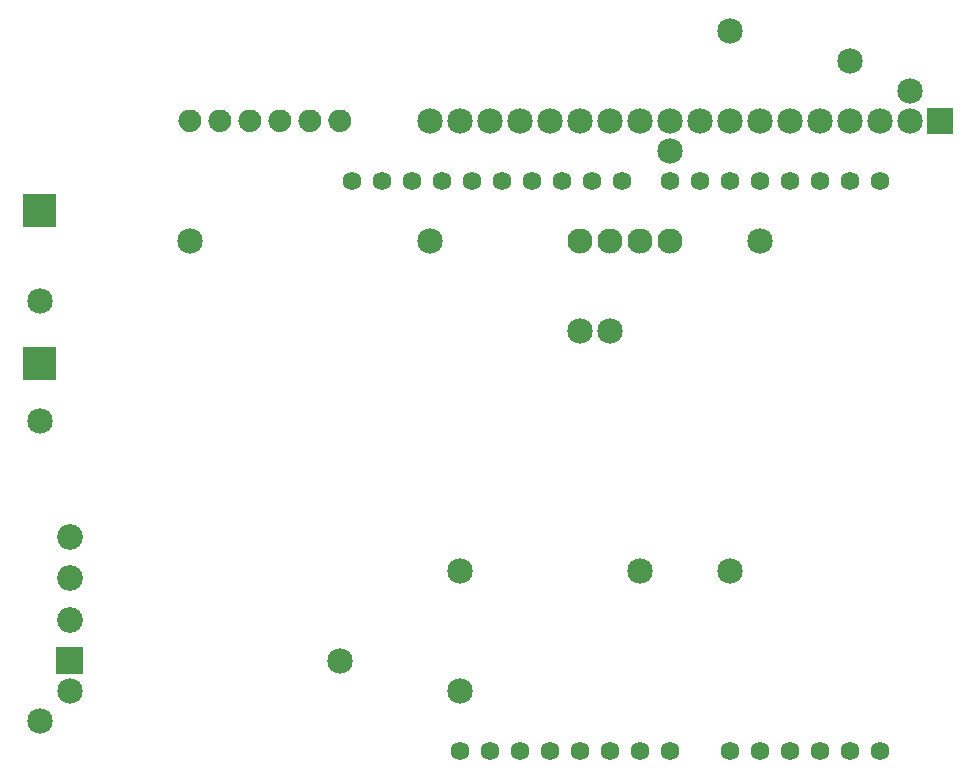
<source format=gts>
G04 MADE WITH FRITZING*
G04 WWW.FRITZING.ORG*
G04 DOUBLE SIDED*
G04 HOLES PLATED*
G04 CONTOUR ON CENTER OF CONTOUR VECTOR*
%ASAXBY*%
%FSLAX23Y23*%
%MOIN*%
%OFA0B0*%
%SFA1.0B1.0*%
%ADD10C,0.086139*%
%ADD11C,0.085000*%
%ADD12C,0.110000*%
%ADD13C,0.062306*%
%ADD14C,0.062333*%
%ADD15C,0.083889*%
%ADD16R,0.085000X0.085000*%
%ADD17R,0.001000X0.001000*%
%LNMASK1*%
G90*
G70*
G54D10*
X441Y750D03*
X441Y888D03*
X441Y1026D03*
X441Y1164D03*
X441Y750D03*
X441Y888D03*
X441Y1026D03*
X441Y1164D03*
G54D11*
X1741Y650D03*
X1741Y1050D03*
X2341Y1050D03*
X2641Y1050D03*
X341Y550D03*
X1341Y750D03*
X2741Y2150D03*
X3241Y2650D03*
X2441Y2450D03*
X3041Y2750D03*
X441Y650D03*
X341Y1550D03*
X1641Y2150D03*
X1741Y2550D03*
X2141Y1850D03*
X1641Y2550D03*
X2641Y2850D03*
X2241Y1850D03*
X341Y1950D03*
X841Y2150D03*
G54D12*
X341Y2250D03*
X341Y1740D03*
X341Y2250D03*
X341Y1740D03*
G54D13*
X2741Y450D03*
X2840Y450D03*
X2941Y450D03*
X3041Y450D03*
X3141Y450D03*
G54D14*
X2280Y2350D03*
X2181Y2350D03*
X2081Y2350D03*
X1981Y2350D03*
X1881Y2350D03*
X1781Y2350D03*
X1681Y2350D03*
X1580Y2350D03*
X1480Y2350D03*
X1380Y2350D03*
X3141Y2350D03*
X3041Y2350D03*
X2941Y2350D03*
X2840Y2350D03*
X2741Y2350D03*
X2641Y2350D03*
X2541Y2350D03*
X2441Y2350D03*
G54D13*
X1841Y450D03*
X1741Y450D03*
X1941Y450D03*
X2041Y450D03*
X2141Y450D03*
X2241Y450D03*
X2340Y450D03*
X2441Y450D03*
X2641Y450D03*
G54D11*
X3341Y2550D03*
X3241Y2550D03*
X3141Y2550D03*
X3041Y2550D03*
X2941Y2550D03*
X2841Y2550D03*
X2741Y2550D03*
X2641Y2550D03*
X2541Y2550D03*
X2441Y2550D03*
X2341Y2550D03*
X2241Y2550D03*
X2141Y2550D03*
X2041Y2550D03*
X1941Y2550D03*
X1841Y2550D03*
G54D15*
X2141Y2150D03*
X2241Y2150D03*
X2341Y2150D03*
X2441Y2150D03*
G54D16*
X3341Y2550D03*
G54D17*
X840Y2589D02*
X840Y2589D01*
X940Y2589D02*
X940Y2589D01*
X1040Y2589D02*
X1040Y2589D01*
X1140Y2589D02*
X1140Y2589D01*
X1240Y2589D02*
X1240Y2589D01*
X1340Y2589D02*
X1340Y2589D01*
X832Y2588D02*
X848Y2588D01*
X932Y2588D02*
X948Y2588D01*
X1032Y2588D02*
X1048Y2588D01*
X1132Y2588D02*
X1148Y2588D01*
X1232Y2588D02*
X1248Y2588D01*
X1332Y2588D02*
X1348Y2588D01*
X828Y2587D02*
X851Y2587D01*
X928Y2587D02*
X951Y2587D01*
X1028Y2587D02*
X1051Y2587D01*
X1128Y2587D02*
X1151Y2587D01*
X1228Y2587D02*
X1251Y2587D01*
X1328Y2587D02*
X1351Y2587D01*
X826Y2586D02*
X854Y2586D01*
X926Y2586D02*
X954Y2586D01*
X1025Y2586D02*
X1054Y2586D01*
X1125Y2586D02*
X1154Y2586D01*
X1225Y2586D02*
X1254Y2586D01*
X1325Y2586D02*
X1354Y2586D01*
X823Y2585D02*
X856Y2585D01*
X923Y2585D02*
X956Y2585D01*
X1023Y2585D02*
X1056Y2585D01*
X1123Y2585D02*
X1156Y2585D01*
X1223Y2585D02*
X1256Y2585D01*
X1323Y2585D02*
X1356Y2585D01*
X822Y2584D02*
X858Y2584D01*
X922Y2584D02*
X958Y2584D01*
X1022Y2584D02*
X1058Y2584D01*
X1122Y2584D02*
X1158Y2584D01*
X1221Y2584D02*
X1258Y2584D01*
X1321Y2584D02*
X1358Y2584D01*
X820Y2583D02*
X860Y2583D01*
X920Y2583D02*
X960Y2583D01*
X1020Y2583D02*
X1060Y2583D01*
X1120Y2583D02*
X1160Y2583D01*
X1220Y2583D02*
X1260Y2583D01*
X1320Y2583D02*
X1360Y2583D01*
X818Y2582D02*
X861Y2582D01*
X918Y2582D02*
X961Y2582D01*
X1018Y2582D02*
X1061Y2582D01*
X1118Y2582D02*
X1161Y2582D01*
X1218Y2582D02*
X1261Y2582D01*
X1318Y2582D02*
X1361Y2582D01*
X817Y2581D02*
X863Y2581D01*
X917Y2581D02*
X962Y2581D01*
X1017Y2581D02*
X1062Y2581D01*
X1117Y2581D02*
X1162Y2581D01*
X1217Y2581D02*
X1262Y2581D01*
X1317Y2581D02*
X1362Y2581D01*
X816Y2580D02*
X864Y2580D01*
X916Y2580D02*
X964Y2580D01*
X1016Y2580D02*
X1064Y2580D01*
X1116Y2580D02*
X1164Y2580D01*
X1216Y2580D02*
X1264Y2580D01*
X1316Y2580D02*
X1364Y2580D01*
X815Y2579D02*
X865Y2579D01*
X915Y2579D02*
X965Y2579D01*
X1015Y2579D02*
X1065Y2579D01*
X1115Y2579D02*
X1165Y2579D01*
X1215Y2579D02*
X1265Y2579D01*
X1315Y2579D02*
X1365Y2579D01*
X814Y2578D02*
X866Y2578D01*
X914Y2578D02*
X966Y2578D01*
X1014Y2578D02*
X1066Y2578D01*
X1114Y2578D02*
X1166Y2578D01*
X1214Y2578D02*
X1266Y2578D01*
X1313Y2578D02*
X1366Y2578D01*
X813Y2577D02*
X867Y2577D01*
X913Y2577D02*
X967Y2577D01*
X1013Y2577D02*
X1067Y2577D01*
X1113Y2577D02*
X1167Y2577D01*
X1213Y2577D02*
X1267Y2577D01*
X1313Y2577D02*
X1367Y2577D01*
X812Y2576D02*
X868Y2576D01*
X912Y2576D02*
X968Y2576D01*
X1012Y2576D02*
X1068Y2576D01*
X1112Y2576D02*
X1168Y2576D01*
X1212Y2576D02*
X1268Y2576D01*
X1312Y2576D02*
X1368Y2576D01*
X811Y2575D02*
X869Y2575D01*
X911Y2575D02*
X969Y2575D01*
X1011Y2575D02*
X1069Y2575D01*
X1111Y2575D02*
X1169Y2575D01*
X1211Y2575D02*
X1269Y2575D01*
X1311Y2575D02*
X1369Y2575D01*
X810Y2574D02*
X869Y2574D01*
X910Y2574D02*
X969Y2574D01*
X1010Y2574D02*
X1069Y2574D01*
X1110Y2574D02*
X1169Y2574D01*
X1210Y2574D02*
X1269Y2574D01*
X1310Y2574D02*
X1369Y2574D01*
X809Y2573D02*
X870Y2573D01*
X909Y2573D02*
X970Y2573D01*
X1009Y2573D02*
X1070Y2573D01*
X1109Y2573D02*
X1170Y2573D01*
X1209Y2573D02*
X1270Y2573D01*
X1309Y2573D02*
X1370Y2573D01*
X809Y2572D02*
X871Y2572D01*
X909Y2572D02*
X971Y2572D01*
X1009Y2572D02*
X1071Y2572D01*
X1109Y2572D02*
X1171Y2572D01*
X1209Y2572D02*
X1271Y2572D01*
X1309Y2572D02*
X1371Y2572D01*
X808Y2571D02*
X872Y2571D01*
X908Y2571D02*
X971Y2571D01*
X1008Y2571D02*
X1071Y2571D01*
X1108Y2571D02*
X1171Y2571D01*
X1208Y2571D02*
X1271Y2571D01*
X1308Y2571D02*
X1371Y2571D01*
X807Y2570D02*
X872Y2570D01*
X907Y2570D02*
X972Y2570D01*
X1007Y2570D02*
X1072Y2570D01*
X1107Y2570D02*
X1172Y2570D01*
X1207Y2570D02*
X1272Y2570D01*
X1307Y2570D02*
X1372Y2570D01*
X807Y2569D02*
X873Y2569D01*
X907Y2569D02*
X973Y2569D01*
X1007Y2569D02*
X1073Y2569D01*
X1107Y2569D02*
X1173Y2569D01*
X1207Y2569D02*
X1273Y2569D01*
X1307Y2569D02*
X1373Y2569D01*
X806Y2568D02*
X873Y2568D01*
X906Y2568D02*
X973Y2568D01*
X1006Y2568D02*
X1073Y2568D01*
X1106Y2568D02*
X1173Y2568D01*
X1206Y2568D02*
X1273Y2568D01*
X1306Y2568D02*
X1373Y2568D01*
X806Y2567D02*
X874Y2567D01*
X906Y2567D02*
X974Y2567D01*
X1006Y2567D02*
X1074Y2567D01*
X1106Y2567D02*
X1174Y2567D01*
X1206Y2567D02*
X1274Y2567D01*
X1306Y2567D02*
X1374Y2567D01*
X805Y2566D02*
X874Y2566D01*
X905Y2566D02*
X974Y2566D01*
X1005Y2566D02*
X1074Y2566D01*
X1105Y2566D02*
X1174Y2566D01*
X1205Y2566D02*
X1274Y2566D01*
X1305Y2566D02*
X1374Y2566D01*
X805Y2565D02*
X875Y2565D01*
X905Y2565D02*
X975Y2565D01*
X1005Y2565D02*
X1075Y2565D01*
X1105Y2565D02*
X1175Y2565D01*
X1205Y2565D02*
X1275Y2565D01*
X1305Y2565D02*
X1374Y2565D01*
X805Y2564D02*
X875Y2564D01*
X905Y2564D02*
X975Y2564D01*
X1005Y2564D02*
X1075Y2564D01*
X1105Y2564D02*
X1175Y2564D01*
X1205Y2564D02*
X1275Y2564D01*
X1305Y2564D02*
X1375Y2564D01*
X804Y2563D02*
X875Y2563D01*
X904Y2563D02*
X975Y2563D01*
X1004Y2563D02*
X1075Y2563D01*
X1104Y2563D02*
X1175Y2563D01*
X1204Y2563D02*
X1275Y2563D01*
X1304Y2563D02*
X1375Y2563D01*
X804Y2562D02*
X876Y2562D01*
X904Y2562D02*
X976Y2562D01*
X1004Y2562D02*
X1076Y2562D01*
X1104Y2562D02*
X1176Y2562D01*
X1204Y2562D02*
X1276Y2562D01*
X1304Y2562D02*
X1376Y2562D01*
X804Y2561D02*
X876Y2561D01*
X904Y2561D02*
X976Y2561D01*
X1004Y2561D02*
X1076Y2561D01*
X1104Y2561D02*
X1176Y2561D01*
X1204Y2561D02*
X1276Y2561D01*
X1304Y2561D02*
X1376Y2561D01*
X804Y2560D02*
X876Y2560D01*
X903Y2560D02*
X976Y2560D01*
X1003Y2560D02*
X1076Y2560D01*
X1103Y2560D02*
X1176Y2560D01*
X1203Y2560D02*
X1276Y2560D01*
X1303Y2560D02*
X1376Y2560D01*
X803Y2559D02*
X876Y2559D01*
X903Y2559D02*
X976Y2559D01*
X1003Y2559D02*
X1076Y2559D01*
X1103Y2559D02*
X1176Y2559D01*
X1203Y2559D02*
X1276Y2559D01*
X1303Y2559D02*
X1376Y2559D01*
X803Y2558D02*
X877Y2558D01*
X903Y2558D02*
X977Y2558D01*
X1003Y2558D02*
X1077Y2558D01*
X1103Y2558D02*
X1177Y2558D01*
X1203Y2558D02*
X1276Y2558D01*
X1303Y2558D02*
X1376Y2558D01*
X803Y2557D02*
X877Y2557D01*
X903Y2557D02*
X977Y2557D01*
X1003Y2557D02*
X1077Y2557D01*
X1103Y2557D02*
X1177Y2557D01*
X1203Y2557D02*
X1277Y2557D01*
X1303Y2557D02*
X1377Y2557D01*
X803Y2556D02*
X877Y2556D01*
X903Y2556D02*
X977Y2556D01*
X1003Y2556D02*
X1077Y2556D01*
X1103Y2556D02*
X1177Y2556D01*
X1203Y2556D02*
X1277Y2556D01*
X1303Y2556D02*
X1377Y2556D01*
X803Y2555D02*
X877Y2555D01*
X903Y2555D02*
X977Y2555D01*
X1003Y2555D02*
X1077Y2555D01*
X1103Y2555D02*
X1177Y2555D01*
X1203Y2555D02*
X1277Y2555D01*
X1302Y2555D02*
X1377Y2555D01*
X803Y2554D02*
X877Y2554D01*
X902Y2554D02*
X977Y2554D01*
X1002Y2554D02*
X1077Y2554D01*
X1102Y2554D02*
X1177Y2554D01*
X1202Y2554D02*
X1277Y2554D01*
X1302Y2554D02*
X1377Y2554D01*
X802Y2553D02*
X877Y2553D01*
X902Y2553D02*
X977Y2553D01*
X1002Y2553D02*
X1077Y2553D01*
X1102Y2553D02*
X1177Y2553D01*
X1202Y2553D02*
X1277Y2553D01*
X1302Y2553D02*
X1377Y2553D01*
X802Y2552D02*
X877Y2552D01*
X902Y2552D02*
X977Y2552D01*
X1002Y2552D02*
X1077Y2552D01*
X1102Y2552D02*
X1177Y2552D01*
X1202Y2552D02*
X1277Y2552D01*
X1302Y2552D02*
X1377Y2552D01*
X802Y2551D02*
X877Y2551D01*
X902Y2551D02*
X977Y2551D01*
X1002Y2551D02*
X1077Y2551D01*
X1102Y2551D02*
X1177Y2551D01*
X1202Y2551D02*
X1277Y2551D01*
X1302Y2551D02*
X1377Y2551D01*
X802Y2550D02*
X877Y2550D01*
X902Y2550D02*
X977Y2550D01*
X1002Y2550D02*
X1077Y2550D01*
X1102Y2550D02*
X1177Y2550D01*
X1202Y2550D02*
X1277Y2550D01*
X1302Y2550D02*
X1377Y2550D01*
X802Y2549D02*
X877Y2549D01*
X902Y2549D02*
X977Y2549D01*
X1002Y2549D02*
X1077Y2549D01*
X1102Y2549D02*
X1177Y2549D01*
X1202Y2549D02*
X1277Y2549D01*
X1302Y2549D02*
X1377Y2549D01*
X803Y2548D02*
X877Y2548D01*
X902Y2548D02*
X977Y2548D01*
X1002Y2548D02*
X1077Y2548D01*
X1102Y2548D02*
X1177Y2548D01*
X1202Y2548D02*
X1277Y2548D01*
X1302Y2548D02*
X1377Y2548D01*
X803Y2547D02*
X877Y2547D01*
X903Y2547D02*
X977Y2547D01*
X1003Y2547D02*
X1077Y2547D01*
X1103Y2547D02*
X1177Y2547D01*
X1203Y2547D02*
X1277Y2547D01*
X1302Y2547D02*
X1377Y2547D01*
X803Y2546D02*
X877Y2546D01*
X903Y2546D02*
X977Y2546D01*
X1003Y2546D02*
X1077Y2546D01*
X1103Y2546D02*
X1177Y2546D01*
X1203Y2546D02*
X1277Y2546D01*
X1303Y2546D02*
X1377Y2546D01*
X803Y2545D02*
X877Y2545D01*
X903Y2545D02*
X977Y2545D01*
X1003Y2545D02*
X1077Y2545D01*
X1103Y2545D02*
X1177Y2545D01*
X1203Y2545D02*
X1277Y2545D01*
X1303Y2545D02*
X1377Y2545D01*
X803Y2544D02*
X877Y2544D01*
X903Y2544D02*
X977Y2544D01*
X1003Y2544D02*
X1076Y2544D01*
X1103Y2544D02*
X1176Y2544D01*
X1203Y2544D02*
X1276Y2544D01*
X1303Y2544D02*
X1376Y2544D01*
X803Y2543D02*
X876Y2543D01*
X903Y2543D02*
X976Y2543D01*
X1003Y2543D02*
X1076Y2543D01*
X1103Y2543D02*
X1176Y2543D01*
X1203Y2543D02*
X1276Y2543D01*
X1303Y2543D02*
X1376Y2543D01*
X804Y2542D02*
X876Y2542D01*
X904Y2542D02*
X976Y2542D01*
X1003Y2542D02*
X1076Y2542D01*
X1103Y2542D02*
X1176Y2542D01*
X1203Y2542D02*
X1276Y2542D01*
X1303Y2542D02*
X1376Y2542D01*
X804Y2541D02*
X876Y2541D01*
X904Y2541D02*
X976Y2541D01*
X1004Y2541D02*
X1076Y2541D01*
X1104Y2541D02*
X1176Y2541D01*
X1204Y2541D02*
X1276Y2541D01*
X1304Y2541D02*
X1376Y2541D01*
X804Y2540D02*
X876Y2540D01*
X904Y2540D02*
X976Y2540D01*
X1004Y2540D02*
X1076Y2540D01*
X1104Y2540D02*
X1176Y2540D01*
X1204Y2540D02*
X1276Y2540D01*
X1304Y2540D02*
X1375Y2540D01*
X804Y2539D02*
X875Y2539D01*
X904Y2539D02*
X975Y2539D01*
X1004Y2539D02*
X1075Y2539D01*
X1104Y2539D02*
X1175Y2539D01*
X1204Y2539D02*
X1275Y2539D01*
X1304Y2539D02*
X1375Y2539D01*
X805Y2538D02*
X875Y2538D01*
X905Y2538D02*
X975Y2538D01*
X1005Y2538D02*
X1075Y2538D01*
X1105Y2538D02*
X1175Y2538D01*
X1205Y2538D02*
X1275Y2538D01*
X1305Y2538D02*
X1375Y2538D01*
X805Y2537D02*
X875Y2537D01*
X905Y2537D02*
X975Y2537D01*
X1005Y2537D02*
X1075Y2537D01*
X1105Y2537D02*
X1175Y2537D01*
X1205Y2537D02*
X1274Y2537D01*
X1305Y2537D02*
X1374Y2537D01*
X805Y2536D02*
X874Y2536D01*
X905Y2536D02*
X974Y2536D01*
X1005Y2536D02*
X1074Y2536D01*
X1105Y2536D02*
X1174Y2536D01*
X1205Y2536D02*
X1274Y2536D01*
X1305Y2536D02*
X1374Y2536D01*
X806Y2535D02*
X874Y2535D01*
X906Y2535D02*
X974Y2535D01*
X1006Y2535D02*
X1074Y2535D01*
X1106Y2535D02*
X1174Y2535D01*
X1206Y2535D02*
X1274Y2535D01*
X1306Y2535D02*
X1374Y2535D01*
X806Y2534D02*
X873Y2534D01*
X906Y2534D02*
X973Y2534D01*
X1006Y2534D02*
X1073Y2534D01*
X1106Y2534D02*
X1173Y2534D01*
X1206Y2534D02*
X1273Y2534D01*
X1306Y2534D02*
X1373Y2534D01*
X807Y2533D02*
X873Y2533D01*
X907Y2533D02*
X973Y2533D01*
X1007Y2533D02*
X1073Y2533D01*
X1107Y2533D02*
X1173Y2533D01*
X1207Y2533D02*
X1273Y2533D01*
X1307Y2533D02*
X1373Y2533D01*
X808Y2532D02*
X872Y2532D01*
X908Y2532D02*
X972Y2532D01*
X1008Y2532D02*
X1072Y2532D01*
X1107Y2532D02*
X1172Y2532D01*
X1207Y2532D02*
X1272Y2532D01*
X1307Y2532D02*
X1372Y2532D01*
X808Y2531D02*
X871Y2531D01*
X908Y2531D02*
X971Y2531D01*
X1008Y2531D02*
X1071Y2531D01*
X1108Y2531D02*
X1171Y2531D01*
X1208Y2531D02*
X1271Y2531D01*
X1308Y2531D02*
X1371Y2531D01*
X809Y2530D02*
X871Y2530D01*
X909Y2530D02*
X971Y2530D01*
X1009Y2530D02*
X1071Y2530D01*
X1109Y2530D02*
X1171Y2530D01*
X1209Y2530D02*
X1271Y2530D01*
X1309Y2530D02*
X1371Y2530D01*
X810Y2529D02*
X870Y2529D01*
X909Y2529D02*
X970Y2529D01*
X1009Y2529D02*
X1070Y2529D01*
X1109Y2529D02*
X1170Y2529D01*
X1209Y2529D02*
X1270Y2529D01*
X1309Y2529D02*
X1370Y2529D01*
X810Y2528D02*
X869Y2528D01*
X910Y2528D02*
X969Y2528D01*
X1010Y2528D02*
X1069Y2528D01*
X1110Y2528D02*
X1169Y2528D01*
X1210Y2528D02*
X1269Y2528D01*
X1310Y2528D02*
X1369Y2528D01*
X811Y2527D02*
X869Y2527D01*
X911Y2527D02*
X969Y2527D01*
X1011Y2527D02*
X1069Y2527D01*
X1111Y2527D02*
X1169Y2527D01*
X1211Y2527D02*
X1269Y2527D01*
X1311Y2527D02*
X1369Y2527D01*
X812Y2526D02*
X868Y2526D01*
X912Y2526D02*
X968Y2526D01*
X1012Y2526D02*
X1068Y2526D01*
X1112Y2526D02*
X1168Y2526D01*
X1212Y2526D02*
X1268Y2526D01*
X1312Y2526D02*
X1368Y2526D01*
X813Y2525D02*
X867Y2525D01*
X913Y2525D02*
X967Y2525D01*
X1013Y2525D02*
X1067Y2525D01*
X1113Y2525D02*
X1167Y2525D01*
X1213Y2525D02*
X1267Y2525D01*
X1313Y2525D02*
X1367Y2525D01*
X814Y2524D02*
X866Y2524D01*
X914Y2524D02*
X966Y2524D01*
X1014Y2524D02*
X1066Y2524D01*
X1114Y2524D02*
X1166Y2524D01*
X1214Y2524D02*
X1266Y2524D01*
X1314Y2524D02*
X1366Y2524D01*
X815Y2523D02*
X865Y2523D01*
X915Y2523D02*
X965Y2523D01*
X1015Y2523D02*
X1065Y2523D01*
X1115Y2523D02*
X1165Y2523D01*
X1215Y2523D02*
X1265Y2523D01*
X1315Y2523D02*
X1365Y2523D01*
X816Y2522D02*
X864Y2522D01*
X916Y2522D02*
X964Y2522D01*
X1016Y2522D02*
X1064Y2522D01*
X1116Y2522D02*
X1164Y2522D01*
X1216Y2522D02*
X1264Y2522D01*
X1316Y2522D02*
X1364Y2522D01*
X817Y2521D02*
X862Y2521D01*
X917Y2521D02*
X962Y2521D01*
X1017Y2521D02*
X1062Y2521D01*
X1117Y2521D02*
X1162Y2521D01*
X1217Y2521D02*
X1262Y2521D01*
X1317Y2521D02*
X1362Y2521D01*
X819Y2520D02*
X861Y2520D01*
X919Y2520D02*
X961Y2520D01*
X1019Y2520D02*
X1061Y2520D01*
X1119Y2520D02*
X1161Y2520D01*
X1219Y2520D02*
X1261Y2520D01*
X1318Y2520D02*
X1361Y2520D01*
X820Y2519D02*
X860Y2519D01*
X920Y2519D02*
X960Y2519D01*
X1020Y2519D02*
X1059Y2519D01*
X1120Y2519D02*
X1159Y2519D01*
X1220Y2519D02*
X1259Y2519D01*
X1320Y2519D02*
X1359Y2519D01*
X822Y2518D02*
X858Y2518D01*
X922Y2518D02*
X958Y2518D01*
X1022Y2518D02*
X1058Y2518D01*
X1122Y2518D02*
X1158Y2518D01*
X1222Y2518D02*
X1258Y2518D01*
X1322Y2518D02*
X1358Y2518D01*
X824Y2517D02*
X856Y2517D01*
X924Y2517D02*
X956Y2517D01*
X1024Y2517D02*
X1056Y2517D01*
X1124Y2517D02*
X1156Y2517D01*
X1224Y2517D02*
X1256Y2517D01*
X1324Y2517D02*
X1356Y2517D01*
X826Y2516D02*
X854Y2516D01*
X926Y2516D02*
X954Y2516D01*
X1026Y2516D02*
X1054Y2516D01*
X1126Y2516D02*
X1154Y2516D01*
X1226Y2516D02*
X1254Y2516D01*
X1326Y2516D02*
X1354Y2516D01*
X829Y2515D02*
X851Y2515D01*
X928Y2515D02*
X951Y2515D01*
X1028Y2515D02*
X1051Y2515D01*
X1128Y2515D02*
X1151Y2515D01*
X1228Y2515D02*
X1251Y2515D01*
X1328Y2515D02*
X1351Y2515D01*
X832Y2514D02*
X847Y2514D01*
X932Y2514D02*
X947Y2514D01*
X1032Y2514D02*
X1047Y2514D01*
X1132Y2514D02*
X1147Y2514D01*
X1232Y2514D02*
X1247Y2514D01*
X1332Y2514D02*
X1347Y2514D01*
X286Y2306D02*
X394Y2306D01*
X285Y2305D02*
X394Y2305D01*
X285Y2304D02*
X394Y2304D01*
X285Y2303D02*
X394Y2303D01*
X285Y2302D02*
X394Y2302D01*
X285Y2301D02*
X394Y2301D01*
X285Y2300D02*
X394Y2300D01*
X285Y2299D02*
X394Y2299D01*
X285Y2298D02*
X394Y2298D01*
X285Y2297D02*
X394Y2297D01*
X285Y2296D02*
X394Y2296D01*
X285Y2295D02*
X394Y2295D01*
X285Y2294D02*
X394Y2294D01*
X285Y2293D02*
X394Y2293D01*
X285Y2292D02*
X394Y2292D01*
X285Y2291D02*
X394Y2291D01*
X285Y2290D02*
X394Y2290D01*
X285Y2289D02*
X394Y2289D01*
X285Y2288D02*
X394Y2288D01*
X285Y2287D02*
X394Y2287D01*
X285Y2286D02*
X337Y2286D01*
X343Y2286D02*
X394Y2286D01*
X285Y2285D02*
X331Y2285D01*
X349Y2285D02*
X394Y2285D01*
X285Y2284D02*
X327Y2284D01*
X353Y2284D02*
X394Y2284D01*
X285Y2283D02*
X325Y2283D01*
X355Y2283D02*
X394Y2283D01*
X285Y2282D02*
X323Y2282D01*
X357Y2282D02*
X394Y2282D01*
X285Y2281D02*
X321Y2281D01*
X359Y2281D02*
X394Y2281D01*
X285Y2280D02*
X320Y2280D01*
X360Y2280D02*
X394Y2280D01*
X285Y2279D02*
X318Y2279D01*
X362Y2279D02*
X394Y2279D01*
X285Y2278D02*
X317Y2278D01*
X363Y2278D02*
X394Y2278D01*
X285Y2277D02*
X316Y2277D01*
X364Y2277D02*
X394Y2277D01*
X285Y2276D02*
X315Y2276D01*
X365Y2276D02*
X394Y2276D01*
X285Y2275D02*
X314Y2275D01*
X366Y2275D02*
X394Y2275D01*
X285Y2274D02*
X313Y2274D01*
X367Y2274D02*
X394Y2274D01*
X285Y2273D02*
X312Y2273D01*
X368Y2273D02*
X394Y2273D01*
X285Y2272D02*
X311Y2272D01*
X369Y2272D02*
X394Y2272D01*
X285Y2271D02*
X311Y2271D01*
X369Y2271D02*
X394Y2271D01*
X285Y2270D02*
X310Y2270D01*
X370Y2270D02*
X394Y2270D01*
X285Y2269D02*
X309Y2269D01*
X371Y2269D02*
X394Y2269D01*
X285Y2268D02*
X309Y2268D01*
X371Y2268D02*
X394Y2268D01*
X285Y2267D02*
X308Y2267D01*
X372Y2267D02*
X394Y2267D01*
X285Y2266D02*
X308Y2266D01*
X372Y2266D02*
X394Y2266D01*
X285Y2265D02*
X307Y2265D01*
X373Y2265D02*
X394Y2265D01*
X285Y2264D02*
X307Y2264D01*
X373Y2264D02*
X394Y2264D01*
X285Y2263D02*
X306Y2263D01*
X373Y2263D02*
X394Y2263D01*
X285Y2262D02*
X306Y2262D01*
X374Y2262D02*
X394Y2262D01*
X285Y2261D02*
X306Y2261D01*
X374Y2261D02*
X394Y2261D01*
X285Y2260D02*
X306Y2260D01*
X374Y2260D02*
X394Y2260D01*
X285Y2259D02*
X305Y2259D01*
X375Y2259D02*
X394Y2259D01*
X285Y2258D02*
X305Y2258D01*
X375Y2258D02*
X394Y2258D01*
X285Y2257D02*
X305Y2257D01*
X375Y2257D02*
X394Y2257D01*
X285Y2256D02*
X305Y2256D01*
X375Y2256D02*
X394Y2256D01*
X285Y2255D02*
X305Y2255D01*
X375Y2255D02*
X394Y2255D01*
X285Y2254D02*
X305Y2254D01*
X375Y2254D02*
X394Y2254D01*
X285Y2253D02*
X305Y2253D01*
X375Y2253D02*
X394Y2253D01*
X285Y2252D02*
X304Y2252D01*
X375Y2252D02*
X394Y2252D01*
X285Y2251D02*
X304Y2251D01*
X375Y2251D02*
X394Y2251D01*
X285Y2250D02*
X304Y2250D01*
X375Y2250D02*
X394Y2250D01*
X285Y2249D02*
X305Y2249D01*
X375Y2249D02*
X394Y2249D01*
X285Y2248D02*
X305Y2248D01*
X375Y2248D02*
X394Y2248D01*
X285Y2247D02*
X305Y2247D01*
X375Y2247D02*
X394Y2247D01*
X285Y2246D02*
X305Y2246D01*
X375Y2246D02*
X394Y2246D01*
X285Y2245D02*
X305Y2245D01*
X375Y2245D02*
X394Y2245D01*
X285Y2244D02*
X305Y2244D01*
X375Y2244D02*
X394Y2244D01*
X285Y2243D02*
X305Y2243D01*
X375Y2243D02*
X394Y2243D01*
X285Y2242D02*
X306Y2242D01*
X374Y2242D02*
X394Y2242D01*
X285Y2241D02*
X306Y2241D01*
X374Y2241D02*
X394Y2241D01*
X285Y2240D02*
X306Y2240D01*
X374Y2240D02*
X394Y2240D01*
X285Y2239D02*
X307Y2239D01*
X373Y2239D02*
X394Y2239D01*
X285Y2238D02*
X307Y2238D01*
X373Y2238D02*
X394Y2238D01*
X285Y2237D02*
X307Y2237D01*
X373Y2237D02*
X394Y2237D01*
X285Y2236D02*
X308Y2236D01*
X372Y2236D02*
X394Y2236D01*
X285Y2235D02*
X308Y2235D01*
X372Y2235D02*
X394Y2235D01*
X285Y2234D02*
X309Y2234D01*
X371Y2234D02*
X394Y2234D01*
X285Y2233D02*
X309Y2233D01*
X370Y2233D02*
X394Y2233D01*
X285Y2232D02*
X310Y2232D01*
X370Y2232D02*
X394Y2232D01*
X285Y2231D02*
X311Y2231D01*
X369Y2231D02*
X394Y2231D01*
X285Y2230D02*
X312Y2230D01*
X368Y2230D02*
X394Y2230D01*
X285Y2229D02*
X312Y2229D01*
X368Y2229D02*
X394Y2229D01*
X285Y2228D02*
X313Y2228D01*
X367Y2228D02*
X394Y2228D01*
X285Y2227D02*
X314Y2227D01*
X366Y2227D02*
X394Y2227D01*
X285Y2226D02*
X315Y2226D01*
X365Y2226D02*
X394Y2226D01*
X285Y2225D02*
X316Y2225D01*
X364Y2225D02*
X394Y2225D01*
X285Y2224D02*
X317Y2224D01*
X363Y2224D02*
X394Y2224D01*
X285Y2223D02*
X319Y2223D01*
X361Y2223D02*
X394Y2223D01*
X285Y2222D02*
X320Y2222D01*
X360Y2222D02*
X394Y2222D01*
X285Y2221D02*
X322Y2221D01*
X358Y2221D02*
X394Y2221D01*
X285Y2220D02*
X323Y2220D01*
X357Y2220D02*
X394Y2220D01*
X285Y2219D02*
X325Y2219D01*
X355Y2219D02*
X394Y2219D01*
X285Y2218D02*
X328Y2218D01*
X352Y2218D02*
X394Y2218D01*
X285Y2217D02*
X332Y2217D01*
X348Y2217D02*
X394Y2217D01*
X285Y2216D02*
X394Y2216D01*
X285Y2215D02*
X394Y2215D01*
X285Y2214D02*
X394Y2214D01*
X285Y2213D02*
X394Y2213D01*
X285Y2212D02*
X394Y2212D01*
X285Y2211D02*
X394Y2211D01*
X285Y2210D02*
X394Y2210D01*
X285Y2209D02*
X394Y2209D01*
X285Y2208D02*
X394Y2208D01*
X285Y2207D02*
X394Y2207D01*
X285Y2206D02*
X394Y2206D01*
X285Y2205D02*
X394Y2205D01*
X285Y2204D02*
X394Y2204D01*
X285Y2203D02*
X394Y2203D01*
X285Y2202D02*
X394Y2202D01*
X285Y2201D02*
X394Y2201D01*
X285Y2200D02*
X394Y2200D01*
X285Y2199D02*
X394Y2199D01*
X285Y2198D02*
X394Y2198D01*
X285Y2197D02*
X394Y2197D01*
X286Y1796D02*
X394Y1796D01*
X285Y1795D02*
X394Y1795D01*
X285Y1794D02*
X394Y1794D01*
X285Y1793D02*
X394Y1793D01*
X285Y1792D02*
X394Y1792D01*
X285Y1791D02*
X394Y1791D01*
X285Y1790D02*
X394Y1790D01*
X285Y1789D02*
X394Y1789D01*
X285Y1788D02*
X394Y1788D01*
X285Y1787D02*
X394Y1787D01*
X285Y1786D02*
X394Y1786D01*
X285Y1785D02*
X394Y1785D01*
X285Y1784D02*
X394Y1784D01*
X285Y1783D02*
X394Y1783D01*
X285Y1782D02*
X394Y1782D01*
X285Y1781D02*
X394Y1781D01*
X285Y1780D02*
X394Y1780D01*
X285Y1779D02*
X394Y1779D01*
X285Y1778D02*
X394Y1778D01*
X285Y1777D02*
X394Y1777D01*
X285Y1776D02*
X335Y1776D01*
X345Y1776D02*
X394Y1776D01*
X285Y1775D02*
X330Y1775D01*
X350Y1775D02*
X394Y1775D01*
X285Y1774D02*
X327Y1774D01*
X353Y1774D02*
X394Y1774D01*
X285Y1773D02*
X325Y1773D01*
X355Y1773D02*
X394Y1773D01*
X285Y1772D02*
X323Y1772D01*
X357Y1772D02*
X394Y1772D01*
X285Y1771D02*
X321Y1771D01*
X359Y1771D02*
X394Y1771D01*
X285Y1770D02*
X319Y1770D01*
X360Y1770D02*
X394Y1770D01*
X285Y1769D02*
X318Y1769D01*
X362Y1769D02*
X394Y1769D01*
X285Y1768D02*
X317Y1768D01*
X363Y1768D02*
X394Y1768D01*
X285Y1767D02*
X316Y1767D01*
X364Y1767D02*
X394Y1767D01*
X285Y1766D02*
X315Y1766D01*
X365Y1766D02*
X394Y1766D01*
X285Y1765D02*
X314Y1765D01*
X366Y1765D02*
X394Y1765D01*
X285Y1764D02*
X313Y1764D01*
X367Y1764D02*
X394Y1764D01*
X285Y1763D02*
X312Y1763D01*
X368Y1763D02*
X394Y1763D01*
X285Y1762D02*
X311Y1762D01*
X369Y1762D02*
X394Y1762D01*
X285Y1761D02*
X311Y1761D01*
X369Y1761D02*
X394Y1761D01*
X285Y1760D02*
X310Y1760D01*
X370Y1760D02*
X394Y1760D01*
X285Y1759D02*
X309Y1759D01*
X371Y1759D02*
X394Y1759D01*
X285Y1758D02*
X309Y1758D01*
X371Y1758D02*
X394Y1758D01*
X285Y1757D02*
X308Y1757D01*
X372Y1757D02*
X394Y1757D01*
X285Y1756D02*
X308Y1756D01*
X372Y1756D02*
X394Y1756D01*
X285Y1755D02*
X307Y1755D01*
X373Y1755D02*
X394Y1755D01*
X285Y1754D02*
X307Y1754D01*
X373Y1754D02*
X394Y1754D01*
X285Y1753D02*
X306Y1753D01*
X373Y1753D02*
X394Y1753D01*
X285Y1752D02*
X306Y1752D01*
X374Y1752D02*
X394Y1752D01*
X285Y1751D02*
X306Y1751D01*
X374Y1751D02*
X394Y1751D01*
X285Y1750D02*
X306Y1750D01*
X374Y1750D02*
X394Y1750D01*
X285Y1749D02*
X305Y1749D01*
X375Y1749D02*
X394Y1749D01*
X285Y1748D02*
X305Y1748D01*
X375Y1748D02*
X394Y1748D01*
X285Y1747D02*
X305Y1747D01*
X375Y1747D02*
X394Y1747D01*
X285Y1746D02*
X305Y1746D01*
X375Y1746D02*
X394Y1746D01*
X285Y1745D02*
X305Y1745D01*
X375Y1745D02*
X394Y1745D01*
X285Y1744D02*
X305Y1744D01*
X375Y1744D02*
X394Y1744D01*
X285Y1743D02*
X305Y1743D01*
X375Y1743D02*
X394Y1743D01*
X285Y1742D02*
X304Y1742D01*
X375Y1742D02*
X394Y1742D01*
X285Y1741D02*
X304Y1741D01*
X375Y1741D02*
X394Y1741D01*
X285Y1740D02*
X304Y1740D01*
X375Y1740D02*
X394Y1740D01*
X285Y1739D02*
X305Y1739D01*
X375Y1739D02*
X394Y1739D01*
X285Y1738D02*
X305Y1738D01*
X375Y1738D02*
X394Y1738D01*
X285Y1737D02*
X305Y1737D01*
X375Y1737D02*
X394Y1737D01*
X285Y1736D02*
X305Y1736D01*
X375Y1736D02*
X394Y1736D01*
X285Y1735D02*
X305Y1735D01*
X375Y1735D02*
X394Y1735D01*
X285Y1734D02*
X305Y1734D01*
X375Y1734D02*
X394Y1734D01*
X285Y1733D02*
X305Y1733D01*
X374Y1733D02*
X394Y1733D01*
X285Y1732D02*
X306Y1732D01*
X374Y1732D02*
X394Y1732D01*
X285Y1731D02*
X306Y1731D01*
X374Y1731D02*
X394Y1731D01*
X285Y1730D02*
X306Y1730D01*
X374Y1730D02*
X394Y1730D01*
X285Y1729D02*
X307Y1729D01*
X373Y1729D02*
X394Y1729D01*
X285Y1728D02*
X307Y1728D01*
X373Y1728D02*
X394Y1728D01*
X285Y1727D02*
X307Y1727D01*
X372Y1727D02*
X394Y1727D01*
X285Y1726D02*
X308Y1726D01*
X372Y1726D02*
X394Y1726D01*
X285Y1725D02*
X308Y1725D01*
X371Y1725D02*
X394Y1725D01*
X285Y1724D02*
X309Y1724D01*
X371Y1724D02*
X394Y1724D01*
X285Y1723D02*
X310Y1723D01*
X370Y1723D02*
X394Y1723D01*
X285Y1722D02*
X310Y1722D01*
X370Y1722D02*
X394Y1722D01*
X285Y1721D02*
X311Y1721D01*
X369Y1721D02*
X394Y1721D01*
X285Y1720D02*
X312Y1720D01*
X368Y1720D02*
X394Y1720D01*
X285Y1719D02*
X312Y1719D01*
X367Y1719D02*
X394Y1719D01*
X285Y1718D02*
X313Y1718D01*
X367Y1718D02*
X394Y1718D01*
X285Y1717D02*
X314Y1717D01*
X366Y1717D02*
X394Y1717D01*
X285Y1716D02*
X315Y1716D01*
X365Y1716D02*
X394Y1716D01*
X285Y1715D02*
X316Y1715D01*
X364Y1715D02*
X394Y1715D01*
X285Y1714D02*
X317Y1714D01*
X362Y1714D02*
X394Y1714D01*
X285Y1713D02*
X319Y1713D01*
X361Y1713D02*
X394Y1713D01*
X285Y1712D02*
X320Y1712D01*
X360Y1712D02*
X394Y1712D01*
X285Y1711D02*
X322Y1711D01*
X358Y1711D02*
X394Y1711D01*
X285Y1710D02*
X324Y1710D01*
X356Y1710D02*
X394Y1710D01*
X285Y1709D02*
X326Y1709D01*
X354Y1709D02*
X394Y1709D01*
X285Y1708D02*
X328Y1708D01*
X352Y1708D02*
X394Y1708D01*
X285Y1707D02*
X332Y1707D01*
X348Y1707D02*
X394Y1707D01*
X285Y1706D02*
X394Y1706D01*
X285Y1705D02*
X394Y1705D01*
X285Y1704D02*
X394Y1704D01*
X285Y1703D02*
X394Y1703D01*
X285Y1702D02*
X394Y1702D01*
X285Y1701D02*
X394Y1701D01*
X285Y1700D02*
X394Y1700D01*
X285Y1699D02*
X394Y1699D01*
X285Y1698D02*
X394Y1698D01*
X285Y1697D02*
X394Y1697D01*
X285Y1696D02*
X394Y1696D01*
X285Y1695D02*
X394Y1695D01*
X285Y1694D02*
X394Y1694D01*
X285Y1693D02*
X394Y1693D01*
X285Y1692D02*
X394Y1692D01*
X285Y1691D02*
X394Y1691D01*
X285Y1690D02*
X394Y1690D01*
X285Y1689D02*
X394Y1689D01*
X285Y1688D02*
X394Y1688D01*
X285Y1687D02*
X394Y1687D01*
X395Y796D02*
X484Y796D01*
X395Y795D02*
X484Y795D01*
X395Y794D02*
X484Y794D01*
X395Y793D02*
X484Y793D01*
X395Y792D02*
X484Y792D01*
X395Y791D02*
X484Y791D01*
X395Y790D02*
X484Y790D01*
X395Y789D02*
X484Y789D01*
X395Y788D02*
X484Y788D01*
X395Y787D02*
X484Y787D01*
X395Y786D02*
X484Y786D01*
X395Y785D02*
X484Y785D01*
X395Y784D02*
X484Y784D01*
X395Y783D02*
X484Y783D01*
X395Y782D02*
X484Y782D01*
X395Y781D02*
X484Y781D01*
X395Y780D02*
X484Y780D01*
X395Y779D02*
X484Y779D01*
X395Y778D02*
X484Y778D01*
X395Y777D02*
X484Y777D01*
X395Y776D02*
X484Y776D01*
X395Y775D02*
X484Y775D01*
X395Y774D02*
X484Y774D01*
X395Y773D02*
X484Y773D01*
X395Y772D02*
X484Y772D01*
X395Y771D02*
X484Y771D01*
X395Y770D02*
X438Y770D01*
X442Y770D02*
X484Y770D01*
X395Y769D02*
X433Y769D01*
X447Y769D02*
X484Y769D01*
X395Y768D02*
X431Y768D01*
X449Y768D02*
X484Y768D01*
X395Y767D02*
X429Y767D01*
X451Y767D02*
X484Y767D01*
X395Y766D02*
X428Y766D01*
X452Y766D02*
X484Y766D01*
X395Y765D02*
X427Y765D01*
X453Y765D02*
X484Y765D01*
X395Y764D02*
X426Y764D01*
X454Y764D02*
X484Y764D01*
X395Y763D02*
X425Y763D01*
X455Y763D02*
X484Y763D01*
X395Y762D02*
X424Y762D01*
X456Y762D02*
X484Y762D01*
X395Y761D02*
X423Y761D01*
X456Y761D02*
X484Y761D01*
X395Y760D02*
X423Y760D01*
X457Y760D02*
X484Y760D01*
X395Y759D02*
X422Y759D01*
X458Y759D02*
X484Y759D01*
X395Y758D02*
X422Y758D01*
X458Y758D02*
X484Y758D01*
X395Y757D02*
X422Y757D01*
X458Y757D02*
X484Y757D01*
X395Y756D02*
X421Y756D01*
X458Y756D02*
X484Y756D01*
X395Y755D02*
X421Y755D01*
X459Y755D02*
X484Y755D01*
X395Y754D02*
X421Y754D01*
X459Y754D02*
X484Y754D01*
X395Y753D02*
X421Y753D01*
X459Y753D02*
X484Y753D01*
X395Y752D02*
X421Y752D01*
X459Y752D02*
X484Y752D01*
X395Y751D02*
X421Y751D01*
X459Y751D02*
X484Y751D01*
X395Y750D02*
X421Y750D01*
X459Y750D02*
X484Y750D01*
X395Y749D02*
X421Y749D01*
X459Y749D02*
X484Y749D01*
X395Y748D02*
X421Y748D01*
X459Y748D02*
X484Y748D01*
X395Y747D02*
X421Y747D01*
X458Y747D02*
X484Y747D01*
X395Y746D02*
X422Y746D01*
X458Y746D02*
X484Y746D01*
X395Y745D02*
X422Y745D01*
X458Y745D02*
X484Y745D01*
X395Y744D02*
X422Y744D01*
X458Y744D02*
X484Y744D01*
X395Y743D02*
X423Y743D01*
X457Y743D02*
X484Y743D01*
X395Y742D02*
X423Y742D01*
X456Y742D02*
X484Y742D01*
X395Y741D02*
X424Y741D01*
X456Y741D02*
X484Y741D01*
X395Y740D02*
X425Y740D01*
X455Y740D02*
X484Y740D01*
X395Y739D02*
X426Y739D01*
X454Y739D02*
X484Y739D01*
X395Y738D02*
X427Y738D01*
X453Y738D02*
X484Y738D01*
X395Y737D02*
X428Y737D01*
X452Y737D02*
X484Y737D01*
X395Y736D02*
X429Y736D01*
X451Y736D02*
X484Y736D01*
X395Y735D02*
X431Y735D01*
X449Y735D02*
X484Y735D01*
X395Y734D02*
X433Y734D01*
X447Y734D02*
X484Y734D01*
X395Y733D02*
X438Y733D01*
X441Y733D02*
X484Y733D01*
X395Y732D02*
X484Y732D01*
X395Y731D02*
X484Y731D01*
X395Y730D02*
X484Y730D01*
X395Y729D02*
X484Y729D01*
X395Y728D02*
X484Y728D01*
X395Y727D02*
X484Y727D01*
X395Y726D02*
X484Y726D01*
X395Y725D02*
X484Y725D01*
X395Y724D02*
X484Y724D01*
X395Y723D02*
X484Y723D01*
X395Y722D02*
X484Y722D01*
X395Y721D02*
X484Y721D01*
X395Y720D02*
X484Y720D01*
X395Y719D02*
X484Y719D01*
X395Y718D02*
X484Y718D01*
X395Y717D02*
X484Y717D01*
X395Y716D02*
X484Y716D01*
X395Y715D02*
X484Y715D01*
X395Y714D02*
X484Y714D01*
X395Y713D02*
X484Y713D01*
X395Y712D02*
X484Y712D01*
X395Y711D02*
X484Y711D01*
X395Y710D02*
X484Y710D01*
X395Y709D02*
X484Y709D01*
X395Y708D02*
X484Y708D01*
X395Y707D02*
X484Y707D01*
D02*
G04 End of Mask1*
M02*
</source>
